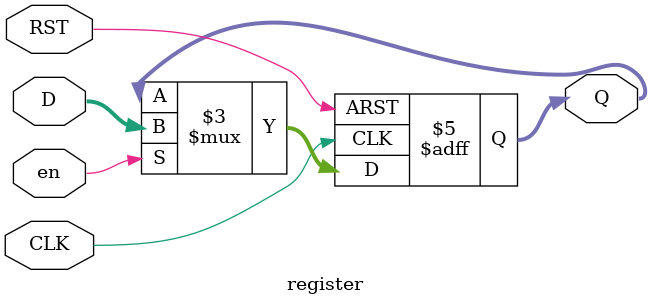
<source format=v>
`timescale 1ns / 1ps
module register(
	input [7:0] D,
	input CLK, 
	input RST,
	input en,
	output [7:0] Q
    );
	 
	 reg [7:0] Q;
	 
	 always @ (posedge CLK or negedge RST)
	     begin
				if(RST == 0)
					Q <= 8'b00000000;
				else if (en)
					Q <= D;
		
		  end
    

endmodule

</source>
